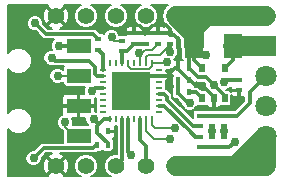
<source format=gtl>
G04 (created by PCBNEW (2013-jul-07)-stable) date Mon 06 Jan 2014 05:23:51 AM EST*
%MOIN*%
G04 Gerber Fmt 3.4, Leading zero omitted, Abs format*
%FSLAX34Y34*%
G01*
G70*
G90*
G04 APERTURE LIST*
%ADD10C,0.00590551*%
%ADD11R,0.0098X0.0236*%
%ADD12R,0.0236X0.0098*%
%ADD13R,0.125984X0.125984*%
%ADD14R,0.0708661X0.0708661*%
%ADD15C,0.0708661*%
%ADD16R,0.02X0.03*%
%ADD17R,0.06X0.08*%
%ADD18R,0.0157X0.0236*%
%ADD19R,0.0236X0.0157*%
%ADD20C,0.055*%
%ADD21R,0.0787402X0.05*%
%ADD22C,0.03*%
%ADD23C,0.006*%
%ADD24C,0.012*%
%ADD25C,0.0669291*%
%ADD26C,0.00787402*%
G04 APERTURE END LIST*
G54D10*
G54D11*
X88688Y-57556D03*
X88491Y-57556D03*
X88294Y-57556D03*
X88097Y-57556D03*
X87901Y-57556D03*
X87704Y-57556D03*
X87507Y-57556D03*
X87310Y-57556D03*
G54D12*
X87054Y-58598D03*
X87054Y-58794D03*
X87054Y-58991D03*
X87054Y-59188D03*
G54D13*
X88000Y-58500D03*
G54D12*
X87054Y-57811D03*
X87054Y-58008D03*
X87054Y-58205D03*
X87054Y-58401D03*
G54D11*
X87312Y-59444D03*
X87509Y-59445D03*
X87705Y-59445D03*
X87902Y-59445D03*
X88099Y-59445D03*
X88296Y-59445D03*
X88493Y-59445D03*
X88690Y-59445D03*
G54D12*
X88945Y-59189D03*
X88945Y-58992D03*
X88945Y-58795D03*
X88945Y-58599D03*
X88945Y-58402D03*
X88945Y-58205D03*
X88945Y-58008D03*
X88945Y-57811D03*
G54D14*
X92500Y-57000D03*
G54D15*
X92500Y-58000D03*
X92500Y-59000D03*
X92500Y-60000D03*
G54D16*
X90375Y-58750D03*
X91125Y-58750D03*
X90375Y-57750D03*
X90750Y-58750D03*
X91125Y-57750D03*
G54D17*
X90100Y-57000D03*
X91400Y-57000D03*
G54D18*
X89573Y-58550D03*
X89927Y-58550D03*
G54D19*
X88100Y-56927D03*
X88100Y-56573D03*
X87700Y-56823D03*
X87700Y-57177D03*
G54D18*
X89927Y-57750D03*
X89573Y-57750D03*
X89573Y-58150D03*
X89927Y-58150D03*
G54D19*
X88500Y-56927D03*
X88500Y-56573D03*
X91600Y-58123D03*
X91600Y-58477D03*
G54D18*
X86873Y-59850D03*
X87227Y-59850D03*
G54D19*
X89300Y-56927D03*
X89300Y-56573D03*
G54D18*
X86873Y-60300D03*
X87227Y-60300D03*
G54D19*
X86900Y-56773D03*
X86900Y-57127D03*
X88900Y-56927D03*
X88900Y-56573D03*
G54D20*
X85500Y-61000D03*
X86500Y-61000D03*
X87500Y-61000D03*
X88500Y-61000D03*
X89500Y-61000D03*
X90500Y-61000D03*
X91500Y-61000D03*
X92500Y-61000D03*
X92500Y-56000D03*
X91500Y-56000D03*
X90500Y-56000D03*
X89500Y-56000D03*
X88500Y-56000D03*
X87500Y-56000D03*
X86500Y-56000D03*
X85500Y-56000D03*
G54D19*
X90700Y-59323D03*
X90700Y-59677D03*
X90300Y-60377D03*
X90300Y-60023D03*
X90300Y-59323D03*
X90300Y-59677D03*
X91100Y-59323D03*
X91100Y-59677D03*
X91100Y-60377D03*
X91100Y-60023D03*
X90700Y-60023D03*
X90700Y-60377D03*
G54D21*
X86250Y-57000D03*
X86250Y-58000D03*
X86250Y-59000D03*
X86250Y-60000D03*
G54D22*
X87350Y-56700D03*
X90500Y-57300D03*
X90750Y-58300D03*
X90700Y-59850D03*
X85600Y-57000D03*
X86750Y-59450D03*
X89200Y-57550D03*
X91100Y-58200D03*
X91100Y-59850D03*
X89950Y-58900D03*
X86700Y-58500D03*
X91450Y-60200D03*
X89300Y-57200D03*
X88250Y-57250D03*
X88000Y-60650D03*
X85550Y-58000D03*
X89450Y-59750D03*
X85800Y-59550D03*
X89300Y-60100D03*
X85350Y-57400D03*
X85600Y-60050D03*
X84750Y-60750D03*
X84800Y-56250D03*
G54D23*
X87700Y-56823D02*
X87427Y-56823D01*
X87427Y-56823D02*
X87350Y-56746D01*
X87350Y-56746D02*
X87350Y-56700D01*
X90400Y-57300D02*
X90500Y-57300D01*
X90400Y-57300D02*
X90100Y-57000D01*
G54D24*
X90850Y-58400D02*
X90750Y-58300D01*
X90750Y-58300D02*
X90500Y-58050D01*
X89927Y-57750D02*
X90227Y-58050D01*
X91125Y-58675D02*
X91125Y-58750D01*
X90850Y-58400D02*
X91125Y-58675D01*
X90500Y-58050D02*
X90227Y-58050D01*
X89927Y-57750D02*
X89927Y-57173D01*
X89927Y-57173D02*
X90100Y-57000D01*
X89877Y-57223D02*
X90100Y-57000D01*
X91500Y-56000D02*
X92500Y-56000D01*
X90700Y-59677D02*
X90700Y-59850D01*
X90700Y-59850D02*
X90700Y-60023D01*
G54D25*
X90100Y-57000D02*
X90100Y-56600D01*
X90100Y-56600D02*
X89500Y-56000D01*
X90100Y-57000D02*
X90100Y-56400D01*
X90100Y-56400D02*
X90500Y-56000D01*
G54D24*
X90100Y-57000D02*
X89877Y-57223D01*
X90100Y-57000D02*
X90100Y-57475D01*
X90100Y-57475D02*
X90375Y-57750D01*
G54D25*
X90100Y-57000D02*
X90100Y-56000D01*
X90100Y-56000D02*
X90000Y-56000D01*
X89500Y-56000D02*
X90000Y-56000D01*
X90000Y-56000D02*
X92500Y-56000D01*
G54D24*
X86250Y-57000D02*
X85600Y-57000D01*
X86975Y-59575D02*
X86875Y-59575D01*
X86875Y-59575D02*
X86750Y-59450D01*
G54D23*
X88688Y-57556D02*
X89194Y-57556D01*
X89194Y-57556D02*
X89200Y-57550D01*
X87901Y-57556D02*
X87901Y-57671D01*
X88688Y-57672D02*
X88688Y-57556D01*
X88585Y-57775D02*
X88688Y-57672D01*
X88005Y-57775D02*
X88585Y-57775D01*
X87901Y-57671D02*
X88005Y-57775D01*
G54D24*
X87312Y-59444D02*
X87106Y-59444D01*
X86873Y-59677D02*
X86873Y-59850D01*
X87106Y-59444D02*
X86975Y-59575D01*
X86975Y-59575D02*
X86873Y-59677D01*
X86873Y-59850D02*
X86873Y-59898D01*
X87227Y-60252D02*
X87227Y-60300D01*
X86873Y-59898D02*
X87227Y-60252D01*
X91600Y-58123D02*
X91227Y-58123D01*
X91227Y-58123D02*
X91150Y-58200D01*
X91150Y-58200D02*
X91100Y-58200D01*
X91104Y-59673D02*
X91100Y-59677D01*
X91100Y-59677D02*
X91100Y-59850D01*
X91100Y-59850D02*
X91100Y-60023D01*
G54D25*
X92500Y-60000D02*
X91500Y-61000D01*
G54D24*
X90500Y-61000D02*
X91500Y-61000D01*
G54D25*
X92500Y-60000D02*
X92500Y-61000D01*
X89500Y-61000D02*
X92500Y-61000D01*
G54D24*
X89950Y-58900D02*
X89900Y-58900D01*
X89900Y-58900D02*
X89573Y-58573D01*
X89573Y-58550D02*
X89573Y-58573D01*
X86799Y-58401D02*
X87054Y-58401D01*
X86799Y-58401D02*
X86700Y-58500D01*
X89573Y-58150D02*
X89573Y-58550D01*
X91273Y-60377D02*
X91100Y-60377D01*
X91450Y-60200D02*
X91273Y-60377D01*
X90700Y-60377D02*
X91100Y-60377D01*
X90300Y-60377D02*
X91100Y-60377D01*
X91100Y-59323D02*
X91527Y-59323D01*
X91950Y-58550D02*
X92500Y-58000D01*
X91950Y-58900D02*
X91950Y-58550D01*
X91527Y-59323D02*
X91950Y-58900D01*
X91100Y-59323D02*
X91127Y-59323D01*
X90300Y-59323D02*
X90700Y-59323D01*
X90300Y-59323D02*
X91100Y-59323D01*
X89300Y-57200D02*
X89300Y-56977D01*
G54D23*
X88491Y-57556D02*
X88491Y-57359D01*
X88977Y-57300D02*
X89300Y-56977D01*
X88550Y-57300D02*
X88977Y-57300D01*
X88491Y-57359D02*
X88550Y-57300D01*
X88900Y-56977D02*
X88873Y-56977D01*
X88294Y-57306D02*
X88294Y-57556D01*
X88450Y-57150D02*
X88294Y-57306D01*
X88700Y-57150D02*
X88450Y-57150D01*
X88873Y-56977D02*
X88700Y-57150D01*
G54D24*
X88500Y-61000D02*
X88500Y-60350D01*
X88296Y-60146D02*
X88296Y-59445D01*
X88500Y-60350D02*
X88296Y-60146D01*
X87902Y-59445D02*
X87902Y-60552D01*
X87902Y-60552D02*
X88000Y-60650D01*
G54D23*
X86250Y-58000D02*
X85550Y-58000D01*
X88690Y-59640D02*
X88800Y-59750D01*
X88800Y-59750D02*
X89450Y-59750D01*
X88690Y-59640D02*
X88690Y-59445D01*
X85800Y-59550D02*
X85800Y-59700D01*
X88493Y-59843D02*
X88750Y-60100D01*
X88750Y-60100D02*
X89300Y-60100D01*
X88493Y-59445D02*
X88493Y-59843D01*
X85800Y-59700D02*
X86100Y-60000D01*
X86100Y-60000D02*
X86250Y-60000D01*
X86100Y-60000D02*
X86250Y-60000D01*
G54D24*
X87705Y-59445D02*
X87705Y-60795D01*
X87705Y-60795D02*
X87500Y-61000D01*
X87054Y-58008D02*
X86858Y-58008D01*
X85450Y-57500D02*
X85350Y-57400D01*
X86600Y-57500D02*
X85450Y-57500D01*
X86800Y-57700D02*
X86600Y-57500D01*
X86800Y-57950D02*
X86800Y-57700D01*
X86858Y-58008D02*
X86800Y-57950D01*
X86900Y-57127D02*
X87054Y-57281D01*
X87054Y-57446D02*
X87054Y-57811D01*
X87054Y-57281D02*
X87054Y-57446D01*
X87700Y-57177D02*
X87700Y-57552D01*
X87700Y-57552D02*
X87704Y-57556D01*
X87700Y-57177D02*
X87850Y-57177D01*
X87850Y-57177D02*
X88100Y-56927D01*
X88100Y-56927D02*
X88500Y-56927D01*
X89300Y-56573D02*
X89300Y-56450D01*
X89300Y-56450D02*
X89150Y-56300D01*
X88400Y-56450D02*
X88600Y-56450D01*
X88500Y-56573D02*
X88500Y-56550D01*
X88500Y-56550D02*
X88600Y-56450D01*
X88600Y-56450D02*
X88700Y-56350D01*
X88500Y-56550D02*
X88400Y-56450D01*
X88400Y-56450D02*
X88300Y-56350D01*
G54D23*
X88477Y-56623D02*
X88450Y-56623D01*
G54D24*
X89573Y-57750D02*
X89573Y-57773D01*
X89927Y-58127D02*
X89927Y-58150D01*
X89573Y-57773D02*
X89927Y-58127D01*
X89573Y-57750D02*
X89573Y-57377D01*
X89423Y-56623D02*
X89300Y-56623D01*
X89600Y-56800D02*
X89423Y-56623D01*
X89600Y-57350D02*
X89600Y-56800D01*
X89573Y-57377D02*
X89600Y-57350D01*
X89573Y-57750D02*
X89450Y-57750D01*
X89450Y-57750D02*
X89300Y-57900D01*
X90750Y-58750D02*
X90750Y-59050D01*
X89927Y-58150D02*
X89950Y-58150D01*
X89950Y-58150D02*
X90150Y-58350D01*
X90150Y-58350D02*
X90400Y-58350D01*
X90400Y-58350D02*
X90750Y-58700D01*
X90750Y-58700D02*
X90750Y-58750D01*
X88945Y-58008D02*
X88492Y-58008D01*
X88492Y-58008D02*
X88000Y-58500D01*
X88945Y-58599D02*
X89099Y-58599D01*
X90077Y-59677D02*
X90300Y-59677D01*
X89200Y-58800D02*
X90077Y-59677D01*
X89200Y-58700D02*
X89200Y-58800D01*
X89099Y-58599D02*
X89200Y-58700D01*
X89927Y-58550D02*
X90175Y-58550D01*
X90175Y-58550D02*
X90375Y-58750D01*
X91400Y-57000D02*
X91400Y-57475D01*
X91400Y-57475D02*
X91125Y-57750D01*
G54D25*
X91400Y-57000D02*
X92500Y-57000D01*
G54D24*
X86873Y-60275D02*
X86748Y-60400D01*
X85100Y-60400D02*
X84750Y-60750D01*
X86748Y-60400D02*
X85100Y-60400D01*
X86900Y-56773D02*
X86727Y-56600D01*
X86700Y-56600D02*
X85150Y-56600D01*
X85150Y-56600D02*
X84800Y-56250D01*
X86727Y-56600D02*
X86700Y-56600D01*
X89950Y-59850D02*
X90123Y-60023D01*
X89092Y-58992D02*
X89950Y-59850D01*
X88945Y-58992D02*
X89092Y-58992D01*
X90123Y-60023D02*
X90300Y-60023D01*
G54D10*
G36*
X88029Y-58521D02*
X88021Y-58521D01*
X88021Y-58529D01*
X87978Y-58529D01*
X87978Y-58521D01*
X87970Y-58521D01*
X87970Y-58478D01*
X87978Y-58478D01*
X87978Y-58470D01*
X88021Y-58470D01*
X88021Y-58478D01*
X88029Y-58478D01*
X88029Y-58521D01*
X88029Y-58521D01*
G37*
G54D26*
X88029Y-58521D02*
X88021Y-58521D01*
X88021Y-58529D01*
X87978Y-58529D01*
X87978Y-58521D01*
X87970Y-58521D01*
X87970Y-58478D01*
X87978Y-58478D01*
X87978Y-58470D01*
X88021Y-58470D01*
X88021Y-58478D01*
X88029Y-58478D01*
X88029Y-58521D01*
G54D10*
G36*
X89329Y-56594D02*
X89321Y-56594D01*
X89321Y-56602D01*
X89278Y-56602D01*
X89278Y-56594D01*
X89139Y-56594D01*
X89060Y-56594D01*
X88921Y-56594D01*
X88921Y-56602D01*
X88878Y-56602D01*
X88878Y-56594D01*
X88739Y-56594D01*
X88660Y-56594D01*
X88521Y-56594D01*
X88521Y-56602D01*
X88478Y-56602D01*
X88478Y-56594D01*
X88339Y-56594D01*
X88260Y-56594D01*
X88121Y-56594D01*
X88121Y-56602D01*
X88078Y-56602D01*
X88078Y-56594D01*
X88078Y-56551D01*
X88078Y-56373D01*
X88037Y-56333D01*
X88013Y-56333D01*
X87949Y-56333D01*
X87890Y-56357D01*
X87845Y-56403D01*
X87820Y-56462D01*
X87820Y-56510D01*
X87860Y-56551D01*
X88078Y-56551D01*
X88078Y-56594D01*
X87860Y-56594D01*
X87829Y-56626D01*
X87794Y-56626D01*
X87609Y-56626D01*
X87577Y-56548D01*
X87502Y-56472D01*
X87403Y-56431D01*
X87296Y-56431D01*
X87198Y-56472D01*
X87122Y-56547D01*
X87098Y-56607D01*
X87084Y-56594D01*
X87041Y-56576D01*
X86994Y-56576D01*
X86955Y-56576D01*
X86852Y-56474D01*
X86795Y-56435D01*
X86727Y-56421D01*
X86700Y-56421D01*
X85937Y-56421D01*
X85937Y-56082D01*
X85935Y-55909D01*
X85872Y-55756D01*
X85801Y-55729D01*
X85530Y-56000D01*
X85801Y-56270D01*
X85872Y-56243D01*
X85937Y-56082D01*
X85937Y-56421D01*
X85623Y-56421D01*
X85743Y-56372D01*
X85770Y-56301D01*
X85500Y-56030D01*
X85469Y-56061D01*
X85469Y-56000D01*
X85198Y-55729D01*
X85127Y-55756D01*
X85062Y-55917D01*
X85064Y-56090D01*
X85127Y-56243D01*
X85198Y-56270D01*
X85469Y-56000D01*
X85469Y-56061D01*
X85229Y-56301D01*
X85256Y-56372D01*
X85379Y-56421D01*
X85223Y-56421D01*
X85068Y-56266D01*
X85068Y-56196D01*
X85027Y-56098D01*
X84952Y-56022D01*
X84853Y-55981D01*
X84746Y-55981D01*
X84648Y-56022D01*
X84572Y-56097D01*
X84531Y-56196D01*
X84531Y-56303D01*
X84572Y-56401D01*
X84647Y-56477D01*
X84746Y-56518D01*
X84816Y-56518D01*
X85024Y-56725D01*
X85024Y-56725D01*
X85062Y-56751D01*
X85081Y-56764D01*
X85081Y-56764D01*
X85149Y-56778D01*
X85150Y-56778D01*
X85442Y-56778D01*
X85372Y-56847D01*
X85331Y-56946D01*
X85331Y-57053D01*
X85364Y-57131D01*
X85296Y-57131D01*
X85198Y-57172D01*
X85122Y-57247D01*
X85081Y-57346D01*
X85081Y-57453D01*
X85122Y-57551D01*
X85197Y-57627D01*
X85296Y-57668D01*
X85399Y-57668D01*
X85450Y-57678D01*
X85761Y-57678D01*
X85756Y-57683D01*
X85738Y-57726D01*
X85738Y-57773D01*
X85738Y-57809D01*
X85702Y-57772D01*
X85603Y-57731D01*
X85496Y-57731D01*
X85398Y-57772D01*
X85322Y-57847D01*
X85281Y-57946D01*
X85281Y-58053D01*
X85322Y-58151D01*
X85397Y-58227D01*
X85496Y-58268D01*
X85603Y-58268D01*
X85701Y-58227D01*
X85738Y-58190D01*
X85738Y-58273D01*
X85756Y-58316D01*
X85789Y-58350D01*
X85832Y-58368D01*
X85879Y-58368D01*
X86464Y-58368D01*
X86431Y-58446D01*
X86431Y-58553D01*
X86446Y-58588D01*
X86312Y-58588D01*
X86271Y-58628D01*
X86271Y-58978D01*
X86764Y-58978D01*
X86805Y-58937D01*
X86805Y-58746D01*
X86817Y-58741D01*
X86817Y-58768D01*
X86817Y-58866D01*
X86828Y-58892D01*
X86817Y-58918D01*
X86817Y-58965D01*
X86817Y-59063D01*
X86828Y-59089D01*
X86817Y-59115D01*
X86817Y-59162D01*
X86817Y-59187D01*
X86805Y-59182D01*
X86805Y-59062D01*
X86764Y-59021D01*
X86271Y-59021D01*
X86271Y-59371D01*
X86312Y-59411D01*
X86481Y-59411D01*
X86481Y-59503D01*
X86522Y-59601D01*
X86552Y-59631D01*
X86056Y-59631D01*
X86068Y-59603D01*
X86068Y-59496D01*
X86032Y-59411D01*
X86187Y-59411D01*
X86228Y-59371D01*
X86228Y-59021D01*
X86228Y-58978D01*
X86228Y-58628D01*
X86187Y-58588D01*
X85888Y-58588D01*
X85824Y-58588D01*
X85764Y-58613D01*
X85719Y-58658D01*
X85694Y-58718D01*
X85694Y-58937D01*
X85735Y-58978D01*
X86228Y-58978D01*
X86228Y-59021D01*
X85735Y-59021D01*
X85694Y-59062D01*
X85694Y-59281D01*
X85702Y-59300D01*
X85648Y-59322D01*
X85572Y-59397D01*
X85531Y-59496D01*
X85531Y-59603D01*
X85572Y-59701D01*
X85647Y-59777D01*
X85687Y-59793D01*
X85687Y-59793D01*
X85695Y-59804D01*
X85738Y-59847D01*
X85738Y-60221D01*
X85100Y-60221D01*
X85031Y-60235D01*
X85012Y-60248D01*
X84974Y-60274D01*
X84766Y-60481D01*
X84696Y-60481D01*
X84598Y-60522D01*
X84522Y-60597D01*
X84481Y-60696D01*
X84481Y-60803D01*
X84522Y-60901D01*
X84597Y-60977D01*
X84696Y-61018D01*
X84803Y-61018D01*
X84901Y-60977D01*
X84977Y-60902D01*
X85018Y-60803D01*
X85018Y-60733D01*
X85173Y-60578D01*
X85376Y-60578D01*
X85256Y-60627D01*
X85229Y-60698D01*
X85500Y-60969D01*
X85770Y-60698D01*
X85743Y-60627D01*
X85620Y-60578D01*
X86748Y-60578D01*
X86816Y-60564D01*
X86858Y-60536D01*
X86974Y-60536D01*
X87018Y-60518D01*
X87050Y-60486D01*
X87081Y-60518D01*
X87124Y-60536D01*
X87171Y-60536D01*
X87328Y-60536D01*
X87372Y-60518D01*
X87405Y-60484D01*
X87423Y-60441D01*
X87423Y-60394D01*
X87423Y-60158D01*
X87405Y-60115D01*
X87395Y-60105D01*
X87396Y-60104D01*
X87442Y-60059D01*
X87466Y-60000D01*
X87466Y-59936D01*
X87466Y-59912D01*
X87426Y-59871D01*
X87248Y-59871D01*
X87248Y-59879D01*
X87205Y-59879D01*
X87205Y-59871D01*
X87197Y-59871D01*
X87197Y-59828D01*
X87205Y-59828D01*
X87205Y-59820D01*
X87248Y-59820D01*
X87248Y-59828D01*
X87426Y-59828D01*
X87466Y-59787D01*
X87466Y-59763D01*
X87466Y-59699D01*
X87459Y-59681D01*
X87483Y-59681D01*
X87526Y-59681D01*
X87526Y-60606D01*
X87422Y-60606D01*
X87277Y-60666D01*
X87166Y-60777D01*
X87106Y-60921D01*
X87106Y-61077D01*
X87166Y-61222D01*
X87277Y-61333D01*
X87323Y-61352D01*
X86676Y-61352D01*
X86722Y-61333D01*
X86833Y-61222D01*
X86893Y-61078D01*
X86893Y-60922D01*
X86833Y-60777D01*
X86722Y-60666D01*
X86578Y-60606D01*
X86422Y-60606D01*
X86277Y-60666D01*
X86166Y-60777D01*
X86106Y-60921D01*
X86106Y-61077D01*
X86166Y-61222D01*
X86277Y-61333D01*
X86323Y-61352D01*
X85937Y-61352D01*
X85937Y-61082D01*
X85935Y-60909D01*
X85872Y-60756D01*
X85801Y-60729D01*
X85530Y-61000D01*
X85801Y-61270D01*
X85872Y-61243D01*
X85937Y-61082D01*
X85937Y-61352D01*
X85751Y-61352D01*
X85770Y-61301D01*
X85500Y-61030D01*
X85469Y-61061D01*
X85469Y-61000D01*
X85198Y-60729D01*
X85127Y-60756D01*
X85062Y-60917D01*
X85064Y-61090D01*
X85127Y-61243D01*
X85198Y-61270D01*
X85469Y-61000D01*
X85469Y-61061D01*
X85229Y-61301D01*
X85248Y-61352D01*
X83897Y-61352D01*
X83897Y-59756D01*
X84008Y-59866D01*
X84167Y-59932D01*
X84339Y-59933D01*
X84498Y-59867D01*
X84620Y-59745D01*
X84686Y-59586D01*
X84687Y-59414D01*
X84621Y-59255D01*
X84499Y-59133D01*
X84340Y-59067D01*
X84168Y-59066D01*
X84008Y-59132D01*
X83897Y-59243D01*
X83897Y-57756D01*
X84008Y-57866D01*
X84167Y-57932D01*
X84339Y-57933D01*
X84498Y-57867D01*
X84620Y-57745D01*
X84686Y-57586D01*
X84687Y-57414D01*
X84621Y-57255D01*
X84499Y-57133D01*
X84340Y-57067D01*
X84168Y-57066D01*
X84008Y-57132D01*
X83897Y-57243D01*
X83897Y-55647D01*
X85248Y-55647D01*
X85229Y-55698D01*
X85500Y-55969D01*
X85770Y-55698D01*
X85751Y-55647D01*
X86323Y-55647D01*
X86277Y-55666D01*
X86166Y-55777D01*
X86106Y-55921D01*
X86106Y-56077D01*
X86166Y-56222D01*
X86277Y-56333D01*
X86421Y-56393D01*
X86577Y-56393D01*
X86722Y-56333D01*
X86833Y-56222D01*
X86893Y-56078D01*
X86893Y-55922D01*
X86833Y-55777D01*
X86722Y-55666D01*
X86676Y-55647D01*
X87323Y-55647D01*
X87277Y-55666D01*
X87166Y-55777D01*
X87106Y-55921D01*
X87106Y-56077D01*
X87166Y-56222D01*
X87277Y-56333D01*
X87421Y-56393D01*
X87577Y-56393D01*
X87722Y-56333D01*
X87833Y-56222D01*
X87893Y-56078D01*
X87893Y-55922D01*
X87833Y-55777D01*
X87722Y-55666D01*
X87676Y-55647D01*
X88323Y-55647D01*
X88277Y-55666D01*
X88166Y-55777D01*
X88106Y-55921D01*
X88106Y-56077D01*
X88166Y-56222D01*
X88277Y-56333D01*
X88313Y-56348D01*
X88300Y-56353D01*
X88250Y-56333D01*
X88186Y-56333D01*
X88162Y-56333D01*
X88121Y-56373D01*
X88121Y-56551D01*
X88260Y-56551D01*
X88339Y-56551D01*
X88478Y-56551D01*
X88478Y-56543D01*
X88521Y-56543D01*
X88521Y-56551D01*
X88660Y-56551D01*
X88739Y-56551D01*
X88878Y-56551D01*
X88878Y-56373D01*
X88837Y-56333D01*
X88813Y-56333D01*
X88749Y-56333D01*
X88700Y-56353D01*
X88686Y-56348D01*
X88722Y-56333D01*
X88833Y-56222D01*
X88893Y-56078D01*
X88893Y-55922D01*
X88833Y-55777D01*
X88722Y-55666D01*
X88676Y-55647D01*
X89228Y-55647D01*
X89179Y-55679D01*
X89081Y-55826D01*
X89047Y-56000D01*
X89081Y-56173D01*
X89179Y-56320D01*
X89192Y-56333D01*
X89149Y-56333D01*
X89100Y-56353D01*
X89050Y-56333D01*
X88986Y-56333D01*
X88962Y-56333D01*
X88921Y-56373D01*
X88921Y-56551D01*
X89060Y-56551D01*
X89139Y-56551D01*
X89278Y-56551D01*
X89278Y-56543D01*
X89321Y-56543D01*
X89321Y-56551D01*
X89329Y-56551D01*
X89329Y-56594D01*
X89329Y-56594D01*
G37*
G54D26*
X89329Y-56594D02*
X89321Y-56594D01*
X89321Y-56602D01*
X89278Y-56602D01*
X89278Y-56594D01*
X89139Y-56594D01*
X89060Y-56594D01*
X88921Y-56594D01*
X88921Y-56602D01*
X88878Y-56602D01*
X88878Y-56594D01*
X88739Y-56594D01*
X88660Y-56594D01*
X88521Y-56594D01*
X88521Y-56602D01*
X88478Y-56602D01*
X88478Y-56594D01*
X88339Y-56594D01*
X88260Y-56594D01*
X88121Y-56594D01*
X88121Y-56602D01*
X88078Y-56602D01*
X88078Y-56594D01*
X88078Y-56551D01*
X88078Y-56373D01*
X88037Y-56333D01*
X88013Y-56333D01*
X87949Y-56333D01*
X87890Y-56357D01*
X87845Y-56403D01*
X87820Y-56462D01*
X87820Y-56510D01*
X87860Y-56551D01*
X88078Y-56551D01*
X88078Y-56594D01*
X87860Y-56594D01*
X87829Y-56626D01*
X87794Y-56626D01*
X87609Y-56626D01*
X87577Y-56548D01*
X87502Y-56472D01*
X87403Y-56431D01*
X87296Y-56431D01*
X87198Y-56472D01*
X87122Y-56547D01*
X87098Y-56607D01*
X87084Y-56594D01*
X87041Y-56576D01*
X86994Y-56576D01*
X86955Y-56576D01*
X86852Y-56474D01*
X86795Y-56435D01*
X86727Y-56421D01*
X86700Y-56421D01*
X85937Y-56421D01*
X85937Y-56082D01*
X85935Y-55909D01*
X85872Y-55756D01*
X85801Y-55729D01*
X85530Y-56000D01*
X85801Y-56270D01*
X85872Y-56243D01*
X85937Y-56082D01*
X85937Y-56421D01*
X85623Y-56421D01*
X85743Y-56372D01*
X85770Y-56301D01*
X85500Y-56030D01*
X85469Y-56061D01*
X85469Y-56000D01*
X85198Y-55729D01*
X85127Y-55756D01*
X85062Y-55917D01*
X85064Y-56090D01*
X85127Y-56243D01*
X85198Y-56270D01*
X85469Y-56000D01*
X85469Y-56061D01*
X85229Y-56301D01*
X85256Y-56372D01*
X85379Y-56421D01*
X85223Y-56421D01*
X85068Y-56266D01*
X85068Y-56196D01*
X85027Y-56098D01*
X84952Y-56022D01*
X84853Y-55981D01*
X84746Y-55981D01*
X84648Y-56022D01*
X84572Y-56097D01*
X84531Y-56196D01*
X84531Y-56303D01*
X84572Y-56401D01*
X84647Y-56477D01*
X84746Y-56518D01*
X84816Y-56518D01*
X85024Y-56725D01*
X85024Y-56725D01*
X85062Y-56751D01*
X85081Y-56764D01*
X85081Y-56764D01*
X85149Y-56778D01*
X85150Y-56778D01*
X85442Y-56778D01*
X85372Y-56847D01*
X85331Y-56946D01*
X85331Y-57053D01*
X85364Y-57131D01*
X85296Y-57131D01*
X85198Y-57172D01*
X85122Y-57247D01*
X85081Y-57346D01*
X85081Y-57453D01*
X85122Y-57551D01*
X85197Y-57627D01*
X85296Y-57668D01*
X85399Y-57668D01*
X85450Y-57678D01*
X85761Y-57678D01*
X85756Y-57683D01*
X85738Y-57726D01*
X85738Y-57773D01*
X85738Y-57809D01*
X85702Y-57772D01*
X85603Y-57731D01*
X85496Y-57731D01*
X85398Y-57772D01*
X85322Y-57847D01*
X85281Y-57946D01*
X85281Y-58053D01*
X85322Y-58151D01*
X85397Y-58227D01*
X85496Y-58268D01*
X85603Y-58268D01*
X85701Y-58227D01*
X85738Y-58190D01*
X85738Y-58273D01*
X85756Y-58316D01*
X85789Y-58350D01*
X85832Y-58368D01*
X85879Y-58368D01*
X86464Y-58368D01*
X86431Y-58446D01*
X86431Y-58553D01*
X86446Y-58588D01*
X86312Y-58588D01*
X86271Y-58628D01*
X86271Y-58978D01*
X86764Y-58978D01*
X86805Y-58937D01*
X86805Y-58746D01*
X86817Y-58741D01*
X86817Y-58768D01*
X86817Y-58866D01*
X86828Y-58892D01*
X86817Y-58918D01*
X86817Y-58965D01*
X86817Y-59063D01*
X86828Y-59089D01*
X86817Y-59115D01*
X86817Y-59162D01*
X86817Y-59187D01*
X86805Y-59182D01*
X86805Y-59062D01*
X86764Y-59021D01*
X86271Y-59021D01*
X86271Y-59371D01*
X86312Y-59411D01*
X86481Y-59411D01*
X86481Y-59503D01*
X86522Y-59601D01*
X86552Y-59631D01*
X86056Y-59631D01*
X86068Y-59603D01*
X86068Y-59496D01*
X86032Y-59411D01*
X86187Y-59411D01*
X86228Y-59371D01*
X86228Y-59021D01*
X86228Y-58978D01*
X86228Y-58628D01*
X86187Y-58588D01*
X85888Y-58588D01*
X85824Y-58588D01*
X85764Y-58613D01*
X85719Y-58658D01*
X85694Y-58718D01*
X85694Y-58937D01*
X85735Y-58978D01*
X86228Y-58978D01*
X86228Y-59021D01*
X85735Y-59021D01*
X85694Y-59062D01*
X85694Y-59281D01*
X85702Y-59300D01*
X85648Y-59322D01*
X85572Y-59397D01*
X85531Y-59496D01*
X85531Y-59603D01*
X85572Y-59701D01*
X85647Y-59777D01*
X85687Y-59793D01*
X85687Y-59793D01*
X85695Y-59804D01*
X85738Y-59847D01*
X85738Y-60221D01*
X85100Y-60221D01*
X85031Y-60235D01*
X85012Y-60248D01*
X84974Y-60274D01*
X84766Y-60481D01*
X84696Y-60481D01*
X84598Y-60522D01*
X84522Y-60597D01*
X84481Y-60696D01*
X84481Y-60803D01*
X84522Y-60901D01*
X84597Y-60977D01*
X84696Y-61018D01*
X84803Y-61018D01*
X84901Y-60977D01*
X84977Y-60902D01*
X85018Y-60803D01*
X85018Y-60733D01*
X85173Y-60578D01*
X85376Y-60578D01*
X85256Y-60627D01*
X85229Y-60698D01*
X85500Y-60969D01*
X85770Y-60698D01*
X85743Y-60627D01*
X85620Y-60578D01*
X86748Y-60578D01*
X86816Y-60564D01*
X86858Y-60536D01*
X86974Y-60536D01*
X87018Y-60518D01*
X87050Y-60486D01*
X87081Y-60518D01*
X87124Y-60536D01*
X87171Y-60536D01*
X87328Y-60536D01*
X87372Y-60518D01*
X87405Y-60484D01*
X87423Y-60441D01*
X87423Y-60394D01*
X87423Y-60158D01*
X87405Y-60115D01*
X87395Y-60105D01*
X87396Y-60104D01*
X87442Y-60059D01*
X87466Y-60000D01*
X87466Y-59936D01*
X87466Y-59912D01*
X87426Y-59871D01*
X87248Y-59871D01*
X87248Y-59879D01*
X87205Y-59879D01*
X87205Y-59871D01*
X87197Y-59871D01*
X87197Y-59828D01*
X87205Y-59828D01*
X87205Y-59820D01*
X87248Y-59820D01*
X87248Y-59828D01*
X87426Y-59828D01*
X87466Y-59787D01*
X87466Y-59763D01*
X87466Y-59699D01*
X87459Y-59681D01*
X87483Y-59681D01*
X87526Y-59681D01*
X87526Y-60606D01*
X87422Y-60606D01*
X87277Y-60666D01*
X87166Y-60777D01*
X87106Y-60921D01*
X87106Y-61077D01*
X87166Y-61222D01*
X87277Y-61333D01*
X87323Y-61352D01*
X86676Y-61352D01*
X86722Y-61333D01*
X86833Y-61222D01*
X86893Y-61078D01*
X86893Y-60922D01*
X86833Y-60777D01*
X86722Y-60666D01*
X86578Y-60606D01*
X86422Y-60606D01*
X86277Y-60666D01*
X86166Y-60777D01*
X86106Y-60921D01*
X86106Y-61077D01*
X86166Y-61222D01*
X86277Y-61333D01*
X86323Y-61352D01*
X85937Y-61352D01*
X85937Y-61082D01*
X85935Y-60909D01*
X85872Y-60756D01*
X85801Y-60729D01*
X85530Y-61000D01*
X85801Y-61270D01*
X85872Y-61243D01*
X85937Y-61082D01*
X85937Y-61352D01*
X85751Y-61352D01*
X85770Y-61301D01*
X85500Y-61030D01*
X85469Y-61061D01*
X85469Y-61000D01*
X85198Y-60729D01*
X85127Y-60756D01*
X85062Y-60917D01*
X85064Y-61090D01*
X85127Y-61243D01*
X85198Y-61270D01*
X85469Y-61000D01*
X85469Y-61061D01*
X85229Y-61301D01*
X85248Y-61352D01*
X83897Y-61352D01*
X83897Y-59756D01*
X84008Y-59866D01*
X84167Y-59932D01*
X84339Y-59933D01*
X84498Y-59867D01*
X84620Y-59745D01*
X84686Y-59586D01*
X84687Y-59414D01*
X84621Y-59255D01*
X84499Y-59133D01*
X84340Y-59067D01*
X84168Y-59066D01*
X84008Y-59132D01*
X83897Y-59243D01*
X83897Y-57756D01*
X84008Y-57866D01*
X84167Y-57932D01*
X84339Y-57933D01*
X84498Y-57867D01*
X84620Y-57745D01*
X84686Y-57586D01*
X84687Y-57414D01*
X84621Y-57255D01*
X84499Y-57133D01*
X84340Y-57067D01*
X84168Y-57066D01*
X84008Y-57132D01*
X83897Y-57243D01*
X83897Y-55647D01*
X85248Y-55647D01*
X85229Y-55698D01*
X85500Y-55969D01*
X85770Y-55698D01*
X85751Y-55647D01*
X86323Y-55647D01*
X86277Y-55666D01*
X86166Y-55777D01*
X86106Y-55921D01*
X86106Y-56077D01*
X86166Y-56222D01*
X86277Y-56333D01*
X86421Y-56393D01*
X86577Y-56393D01*
X86722Y-56333D01*
X86833Y-56222D01*
X86893Y-56078D01*
X86893Y-55922D01*
X86833Y-55777D01*
X86722Y-55666D01*
X86676Y-55647D01*
X87323Y-55647D01*
X87277Y-55666D01*
X87166Y-55777D01*
X87106Y-55921D01*
X87106Y-56077D01*
X87166Y-56222D01*
X87277Y-56333D01*
X87421Y-56393D01*
X87577Y-56393D01*
X87722Y-56333D01*
X87833Y-56222D01*
X87893Y-56078D01*
X87893Y-55922D01*
X87833Y-55777D01*
X87722Y-55666D01*
X87676Y-55647D01*
X88323Y-55647D01*
X88277Y-55666D01*
X88166Y-55777D01*
X88106Y-55921D01*
X88106Y-56077D01*
X88166Y-56222D01*
X88277Y-56333D01*
X88313Y-56348D01*
X88300Y-56353D01*
X88250Y-56333D01*
X88186Y-56333D01*
X88162Y-56333D01*
X88121Y-56373D01*
X88121Y-56551D01*
X88260Y-56551D01*
X88339Y-56551D01*
X88478Y-56551D01*
X88478Y-56543D01*
X88521Y-56543D01*
X88521Y-56551D01*
X88660Y-56551D01*
X88739Y-56551D01*
X88878Y-56551D01*
X88878Y-56373D01*
X88837Y-56333D01*
X88813Y-56333D01*
X88749Y-56333D01*
X88700Y-56353D01*
X88686Y-56348D01*
X88722Y-56333D01*
X88833Y-56222D01*
X88893Y-56078D01*
X88893Y-55922D01*
X88833Y-55777D01*
X88722Y-55666D01*
X88676Y-55647D01*
X89228Y-55647D01*
X89179Y-55679D01*
X89081Y-55826D01*
X89047Y-56000D01*
X89081Y-56173D01*
X89179Y-56320D01*
X89192Y-56333D01*
X89149Y-56333D01*
X89100Y-56353D01*
X89050Y-56333D01*
X88986Y-56333D01*
X88962Y-56333D01*
X88921Y-56373D01*
X88921Y-56551D01*
X89060Y-56551D01*
X89139Y-56551D01*
X89278Y-56551D01*
X89278Y-56543D01*
X89321Y-56543D01*
X89321Y-56551D01*
X89329Y-56551D01*
X89329Y-56594D01*
G54D10*
G36*
X89394Y-58364D02*
X89394Y-58365D01*
X89376Y-58408D01*
X89376Y-58455D01*
X89376Y-58691D01*
X89364Y-58631D01*
X89325Y-58574D01*
X89224Y-58473D01*
X89181Y-58443D01*
X89181Y-58427D01*
X89181Y-58329D01*
X89170Y-58303D01*
X89181Y-58277D01*
X89181Y-58230D01*
X89181Y-58167D01*
X89199Y-58148D01*
X89224Y-58088D01*
X89224Y-58070D01*
X89184Y-58029D01*
X88966Y-58029D01*
X88966Y-58037D01*
X88923Y-58037D01*
X88923Y-58029D01*
X88915Y-58029D01*
X88915Y-57986D01*
X88923Y-57986D01*
X88923Y-57978D01*
X88966Y-57978D01*
X88966Y-57986D01*
X89184Y-57986D01*
X89224Y-57945D01*
X89224Y-57927D01*
X89199Y-57867D01*
X89181Y-57848D01*
X89181Y-57836D01*
X89181Y-57818D01*
X89253Y-57818D01*
X89351Y-57777D01*
X89357Y-57771D01*
X89373Y-57771D01*
X89333Y-57812D01*
X89333Y-57836D01*
X89333Y-57900D01*
X89357Y-57959D01*
X89385Y-57987D01*
X89376Y-58008D01*
X89376Y-58055D01*
X89376Y-58291D01*
X89394Y-58334D01*
X89394Y-58335D01*
X89394Y-58364D01*
X89394Y-58364D01*
G37*
G54D26*
X89394Y-58364D02*
X89394Y-58365D01*
X89376Y-58408D01*
X89376Y-58455D01*
X89376Y-58691D01*
X89364Y-58631D01*
X89325Y-58574D01*
X89224Y-58473D01*
X89181Y-58443D01*
X89181Y-58427D01*
X89181Y-58329D01*
X89170Y-58303D01*
X89181Y-58277D01*
X89181Y-58230D01*
X89181Y-58167D01*
X89199Y-58148D01*
X89224Y-58088D01*
X89224Y-58070D01*
X89184Y-58029D01*
X88966Y-58029D01*
X88966Y-58037D01*
X88923Y-58037D01*
X88923Y-58029D01*
X88915Y-58029D01*
X88915Y-57986D01*
X88923Y-57986D01*
X88923Y-57978D01*
X88966Y-57978D01*
X88966Y-57986D01*
X89184Y-57986D01*
X89224Y-57945D01*
X89224Y-57927D01*
X89199Y-57867D01*
X89181Y-57848D01*
X89181Y-57836D01*
X89181Y-57818D01*
X89253Y-57818D01*
X89351Y-57777D01*
X89357Y-57771D01*
X89373Y-57771D01*
X89333Y-57812D01*
X89333Y-57836D01*
X89333Y-57900D01*
X89357Y-57959D01*
X89385Y-57987D01*
X89376Y-58008D01*
X89376Y-58055D01*
X89376Y-58291D01*
X89394Y-58334D01*
X89394Y-58335D01*
X89394Y-58364D01*
G54D10*
G36*
X89717Y-57484D02*
X89683Y-57470D01*
X89635Y-57470D01*
X89594Y-57510D01*
X89594Y-57728D01*
X89602Y-57728D01*
X89602Y-57771D01*
X89594Y-57771D01*
X89594Y-57779D01*
X89551Y-57779D01*
X89551Y-57771D01*
X89543Y-57771D01*
X89543Y-57728D01*
X89551Y-57728D01*
X89551Y-57510D01*
X89510Y-57470D01*
X89462Y-57470D01*
X89458Y-57472D01*
X89441Y-57431D01*
X89451Y-57427D01*
X89527Y-57352D01*
X89568Y-57253D01*
X89568Y-57146D01*
X89527Y-57049D01*
X89536Y-57029D01*
X89536Y-56982D01*
X89536Y-56825D01*
X89518Y-56781D01*
X89517Y-56780D01*
X89554Y-56742D01*
X89568Y-56709D01*
X89647Y-56787D01*
X89647Y-57000D01*
X89681Y-57173D01*
X89681Y-57173D01*
X89681Y-57423D01*
X89699Y-57466D01*
X89717Y-57484D01*
X89717Y-57484D01*
G37*
G54D26*
X89717Y-57484D02*
X89683Y-57470D01*
X89635Y-57470D01*
X89594Y-57510D01*
X89594Y-57728D01*
X89602Y-57728D01*
X89602Y-57771D01*
X89594Y-57771D01*
X89594Y-57779D01*
X89551Y-57779D01*
X89551Y-57771D01*
X89543Y-57771D01*
X89543Y-57728D01*
X89551Y-57728D01*
X89551Y-57510D01*
X89510Y-57470D01*
X89462Y-57470D01*
X89458Y-57472D01*
X89441Y-57431D01*
X89451Y-57427D01*
X89527Y-57352D01*
X89568Y-57253D01*
X89568Y-57146D01*
X89527Y-57049D01*
X89536Y-57029D01*
X89536Y-56982D01*
X89536Y-56825D01*
X89518Y-56781D01*
X89517Y-56780D01*
X89554Y-56742D01*
X89568Y-56709D01*
X89647Y-56787D01*
X89647Y-57000D01*
X89681Y-57173D01*
X89681Y-57173D01*
X89681Y-57423D01*
X89699Y-57466D01*
X89717Y-57484D01*
G54D10*
G36*
X89956Y-58171D02*
X89948Y-58171D01*
X89948Y-58179D01*
X89905Y-58179D01*
X89905Y-58171D01*
X89897Y-58171D01*
X89897Y-58128D01*
X89905Y-58128D01*
X89905Y-58120D01*
X89948Y-58120D01*
X89948Y-58128D01*
X89956Y-58128D01*
X89956Y-58171D01*
X89956Y-58171D01*
G37*
G54D26*
X89956Y-58171D02*
X89948Y-58171D01*
X89948Y-58179D01*
X89905Y-58179D01*
X89905Y-58171D01*
X89897Y-58171D01*
X89897Y-58128D01*
X89905Y-58128D01*
X89905Y-58120D01*
X89948Y-58120D01*
X89948Y-58128D01*
X89956Y-58128D01*
X89956Y-58171D01*
G54D10*
G36*
X90546Y-58475D02*
X90527Y-58493D01*
X90498Y-58481D01*
X90451Y-58481D01*
X90358Y-58481D01*
X90300Y-58424D01*
X90243Y-58385D01*
X90175Y-58371D01*
X90129Y-58371D01*
X90142Y-58359D01*
X90166Y-58300D01*
X90166Y-58236D01*
X90166Y-58216D01*
X90226Y-58228D01*
X90227Y-58228D01*
X90426Y-58228D01*
X90481Y-58283D01*
X90481Y-58353D01*
X90522Y-58451D01*
X90546Y-58475D01*
X90546Y-58475D01*
G37*
G54D26*
X90546Y-58475D02*
X90527Y-58493D01*
X90498Y-58481D01*
X90451Y-58481D01*
X90358Y-58481D01*
X90300Y-58424D01*
X90243Y-58385D01*
X90175Y-58371D01*
X90129Y-58371D01*
X90142Y-58359D01*
X90166Y-58300D01*
X90166Y-58236D01*
X90166Y-58216D01*
X90226Y-58228D01*
X90227Y-58228D01*
X90426Y-58228D01*
X90481Y-58283D01*
X90481Y-58353D01*
X90522Y-58451D01*
X90546Y-58475D01*
G54D10*
G36*
X91771Y-58826D02*
X91453Y-59144D01*
X91285Y-59144D01*
X91284Y-59144D01*
X91241Y-59126D01*
X91194Y-59126D01*
X90958Y-59126D01*
X90915Y-59144D01*
X90914Y-59144D01*
X90885Y-59144D01*
X90884Y-59144D01*
X90841Y-59126D01*
X90794Y-59126D01*
X90558Y-59126D01*
X90515Y-59144D01*
X90514Y-59144D01*
X90485Y-59144D01*
X90484Y-59144D01*
X90441Y-59126D01*
X90394Y-59126D01*
X90158Y-59126D01*
X90115Y-59144D01*
X90081Y-59177D01*
X90063Y-59220D01*
X90063Y-59267D01*
X90063Y-59411D01*
X89378Y-58726D01*
X89378Y-58700D01*
X89376Y-58691D01*
X89394Y-58734D01*
X89427Y-58768D01*
X89470Y-58786D01*
X89517Y-58786D01*
X89534Y-58786D01*
X89681Y-58933D01*
X89681Y-58953D01*
X89722Y-59051D01*
X89797Y-59127D01*
X89896Y-59168D01*
X90003Y-59168D01*
X90101Y-59127D01*
X90177Y-59052D01*
X90201Y-58993D01*
X90208Y-59000D01*
X90251Y-59018D01*
X90298Y-59018D01*
X90498Y-59018D01*
X90527Y-59006D01*
X90558Y-59036D01*
X90618Y-59061D01*
X90687Y-59061D01*
X90728Y-59021D01*
X90728Y-58771D01*
X90720Y-58771D01*
X90720Y-58728D01*
X90728Y-58728D01*
X90728Y-58720D01*
X90771Y-58720D01*
X90771Y-58728D01*
X90779Y-58728D01*
X90779Y-58771D01*
X90771Y-58771D01*
X90771Y-59021D01*
X90812Y-59061D01*
X90881Y-59061D01*
X90941Y-59036D01*
X90972Y-59006D01*
X91001Y-59018D01*
X91048Y-59018D01*
X91248Y-59018D01*
X91291Y-59000D01*
X91325Y-58966D01*
X91343Y-58923D01*
X91343Y-58876D01*
X91343Y-58642D01*
X91345Y-58646D01*
X91390Y-58692D01*
X91449Y-58716D01*
X91513Y-58716D01*
X91537Y-58716D01*
X91578Y-58676D01*
X91578Y-58498D01*
X91360Y-58498D01*
X91325Y-58534D01*
X91325Y-58533D01*
X91291Y-58499D01*
X91248Y-58481D01*
X91201Y-58481D01*
X91183Y-58481D01*
X91165Y-58463D01*
X91251Y-58427D01*
X91326Y-58353D01*
X91320Y-58366D01*
X91320Y-58414D01*
X91360Y-58455D01*
X91578Y-58455D01*
X91578Y-58447D01*
X91621Y-58447D01*
X91621Y-58455D01*
X91629Y-58455D01*
X91629Y-58498D01*
X91621Y-58498D01*
X91621Y-58676D01*
X91662Y-58716D01*
X91686Y-58716D01*
X91750Y-58716D01*
X91771Y-58707D01*
X91771Y-58826D01*
X91771Y-58826D01*
G37*
G54D26*
X91771Y-58826D02*
X91453Y-59144D01*
X91285Y-59144D01*
X91284Y-59144D01*
X91241Y-59126D01*
X91194Y-59126D01*
X90958Y-59126D01*
X90915Y-59144D01*
X90914Y-59144D01*
X90885Y-59144D01*
X90884Y-59144D01*
X90841Y-59126D01*
X90794Y-59126D01*
X90558Y-59126D01*
X90515Y-59144D01*
X90514Y-59144D01*
X90485Y-59144D01*
X90484Y-59144D01*
X90441Y-59126D01*
X90394Y-59126D01*
X90158Y-59126D01*
X90115Y-59144D01*
X90081Y-59177D01*
X90063Y-59220D01*
X90063Y-59267D01*
X90063Y-59411D01*
X89378Y-58726D01*
X89378Y-58700D01*
X89376Y-58691D01*
X89394Y-58734D01*
X89427Y-58768D01*
X89470Y-58786D01*
X89517Y-58786D01*
X89534Y-58786D01*
X89681Y-58933D01*
X89681Y-58953D01*
X89722Y-59051D01*
X89797Y-59127D01*
X89896Y-59168D01*
X90003Y-59168D01*
X90101Y-59127D01*
X90177Y-59052D01*
X90201Y-58993D01*
X90208Y-59000D01*
X90251Y-59018D01*
X90298Y-59018D01*
X90498Y-59018D01*
X90527Y-59006D01*
X90558Y-59036D01*
X90618Y-59061D01*
X90687Y-59061D01*
X90728Y-59021D01*
X90728Y-58771D01*
X90720Y-58771D01*
X90720Y-58728D01*
X90728Y-58728D01*
X90728Y-58720D01*
X90771Y-58720D01*
X90771Y-58728D01*
X90779Y-58728D01*
X90779Y-58771D01*
X90771Y-58771D01*
X90771Y-59021D01*
X90812Y-59061D01*
X90881Y-59061D01*
X90941Y-59036D01*
X90972Y-59006D01*
X91001Y-59018D01*
X91048Y-59018D01*
X91248Y-59018D01*
X91291Y-59000D01*
X91325Y-58966D01*
X91343Y-58923D01*
X91343Y-58876D01*
X91343Y-58642D01*
X91345Y-58646D01*
X91390Y-58692D01*
X91449Y-58716D01*
X91513Y-58716D01*
X91537Y-58716D01*
X91578Y-58676D01*
X91578Y-58498D01*
X91360Y-58498D01*
X91325Y-58534D01*
X91325Y-58533D01*
X91291Y-58499D01*
X91248Y-58481D01*
X91201Y-58481D01*
X91183Y-58481D01*
X91165Y-58463D01*
X91251Y-58427D01*
X91326Y-58353D01*
X91320Y-58366D01*
X91320Y-58414D01*
X91360Y-58455D01*
X91578Y-58455D01*
X91578Y-58447D01*
X91621Y-58447D01*
X91621Y-58455D01*
X91629Y-58455D01*
X91629Y-58498D01*
X91621Y-58498D01*
X91621Y-58676D01*
X91662Y-58716D01*
X91686Y-58716D01*
X91750Y-58716D01*
X91771Y-58707D01*
X91771Y-58826D01*
M02*

</source>
